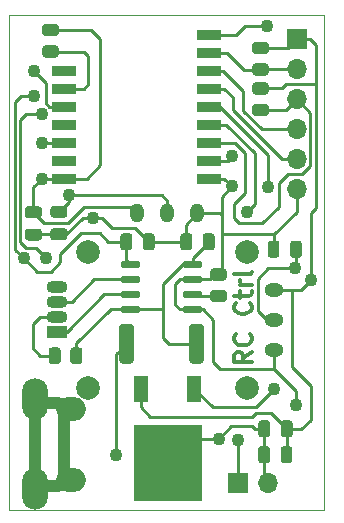
<source format=gbr>
%TF.GenerationSoftware,KiCad,Pcbnew,(5.1.7)-1*%
%TF.CreationDate,2021-09-18T16:18:18+01:00*%
%TF.ProjectId,RcCtlHw,52634374-6c48-4772-9e6b-696361645f70,rev?*%
%TF.SameCoordinates,Original*%
%TF.FileFunction,Copper,L1,Top*%
%TF.FilePolarity,Positive*%
%FSLAX46Y46*%
G04 Gerber Fmt 4.6, Leading zero omitted, Abs format (unit mm)*
G04 Created by KiCad (PCBNEW (5.1.7)-1) date 2021-09-18 16:18:18*
%MOMM*%
%LPD*%
G01*
G04 APERTURE LIST*
%TA.AperFunction,NonConductor*%
%ADD10C,0.300000*%
%TD*%
%TA.AperFunction,Profile*%
%ADD11C,0.050000*%
%TD*%
%TA.AperFunction,SMDPad,CuDef*%
%ADD12R,2.000000X0.900000*%
%TD*%
%TA.AperFunction,ComponentPad*%
%ADD13O,1.700000X1.700000*%
%TD*%
%TA.AperFunction,ComponentPad*%
%ADD14R,1.700000X1.700000*%
%TD*%
%TA.AperFunction,ComponentPad*%
%ADD15O,1.600000X1.200000*%
%TD*%
%TA.AperFunction,ComponentPad*%
%ADD16O,1.200000X1.600000*%
%TD*%
%TA.AperFunction,ComponentPad*%
%ADD17C,2.000000*%
%TD*%
%TA.AperFunction,ComponentPad*%
%ADD18O,1.800000X1.070000*%
%TD*%
%TA.AperFunction,ComponentPad*%
%ADD19R,1.800000X1.070000*%
%TD*%
%TA.AperFunction,ComponentPad*%
%ADD20O,2.200000X3.500000*%
%TD*%
%TA.AperFunction,ComponentPad*%
%ADD21O,2.500000X2.000000*%
%TD*%
%TA.AperFunction,SMDPad,CuDef*%
%ADD22R,1.200000X2.200000*%
%TD*%
%TA.AperFunction,SMDPad,CuDef*%
%ADD23R,5.800000X6.400000*%
%TD*%
%TA.AperFunction,ViaPad*%
%ADD24C,1.100000*%
%TD*%
%TA.AperFunction,Conductor*%
%ADD25C,0.250000*%
%TD*%
%TA.AperFunction,Conductor*%
%ADD26C,1.000000*%
%TD*%
G04 APERTURE END LIST*
D10*
X134892171Y-112976457D02*
X134177885Y-113476457D01*
X134892171Y-113833600D02*
X133392171Y-113833600D01*
X133392171Y-113262171D01*
X133463600Y-113119314D01*
X133535028Y-113047885D01*
X133677885Y-112976457D01*
X133892171Y-112976457D01*
X134035028Y-113047885D01*
X134106457Y-113119314D01*
X134177885Y-113262171D01*
X134177885Y-113833600D01*
X134749314Y-111476457D02*
X134820742Y-111547885D01*
X134892171Y-111762171D01*
X134892171Y-111905028D01*
X134820742Y-112119314D01*
X134677885Y-112262171D01*
X134535028Y-112333600D01*
X134249314Y-112405028D01*
X134035028Y-112405028D01*
X133749314Y-112333600D01*
X133606457Y-112262171D01*
X133463600Y-112119314D01*
X133392171Y-111905028D01*
X133392171Y-111762171D01*
X133463600Y-111547885D01*
X133535028Y-111476457D01*
X134749314Y-108833600D02*
X134820742Y-108905028D01*
X134892171Y-109119314D01*
X134892171Y-109262171D01*
X134820742Y-109476457D01*
X134677885Y-109619314D01*
X134535028Y-109690742D01*
X134249314Y-109762171D01*
X134035028Y-109762171D01*
X133749314Y-109690742D01*
X133606457Y-109619314D01*
X133463600Y-109476457D01*
X133392171Y-109262171D01*
X133392171Y-109119314D01*
X133463600Y-108905028D01*
X133535028Y-108833600D01*
X133892171Y-108405028D02*
X133892171Y-107833600D01*
X133392171Y-108190742D02*
X134677885Y-108190742D01*
X134820742Y-108119314D01*
X134892171Y-107976457D01*
X134892171Y-107833600D01*
X134892171Y-107333600D02*
X133892171Y-107333600D01*
X134177885Y-107333600D02*
X134035028Y-107262171D01*
X133963600Y-107190742D01*
X133892171Y-107047885D01*
X133892171Y-106905028D01*
X134892171Y-106190742D02*
X134820742Y-106333600D01*
X134677885Y-106405028D01*
X133392171Y-106405028D01*
D11*
X114300000Y-84455000D02*
X140970000Y-84455000D01*
X140970000Y-84455000D02*
X140970000Y-84836000D01*
X114300000Y-84709000D02*
X114300000Y-84455000D01*
X140970000Y-126365000D02*
X140970000Y-119380000D01*
X114300000Y-126365000D02*
X140970000Y-126365000D01*
X114300000Y-119380000D02*
X114300000Y-126365000D01*
X114300000Y-119380000D02*
X114300000Y-84709000D01*
X140970000Y-84836000D02*
X140970000Y-119380000D01*
D12*
%TO.P,U2,16*%
%TO.N,/TFT_RST*%
X131305000Y-86092001D03*
%TO.P,U2,15*%
%TO.N,/RST*%
X131305000Y-87616001D03*
%TO.P,U2,14*%
%TO.N,/TX*%
X131305000Y-89140001D03*
%TO.P,U2,13*%
%TO.N,/RX*%
X131305000Y-90664001D03*
%TO.P,U2,12*%
%TO.N,/I2C_SDA*%
X131305000Y-92188001D03*
%TO.P,U2,11*%
%TO.N,/I2C_SCL*%
X131305000Y-93712001D03*
%TO.P,U2,10*%
%TO.N,/Flash*%
X131305000Y-95236001D03*
%TO.P,U2,9*%
%TO.N,/TFT_RS*%
X131305000Y-96760001D03*
%TO.P,U2,8*%
%TO.N,GND*%
X131305000Y-98284001D03*
%TO.P,U2,1*%
%TO.N,N/C*%
X118986000Y-89140001D03*
%TO.P,U2,2*%
%TO.N,Net-(R6-Pad2)*%
X118986000Y-90664001D03*
%TO.P,U2,3*%
%TO.N,/TFT_SCL*%
X118986000Y-92188001D03*
%TO.P,U2,4*%
%TO.N,N/C*%
X118986000Y-93712001D03*
%TO.P,U2,5*%
%TO.N,/TFT_SDA*%
X118986000Y-95236001D03*
%TO.P,U2,6*%
%TO.N,N/C*%
X118986000Y-96760001D03*
%TO.P,U2,7*%
%TO.N,+3V3*%
X118986000Y-98284001D03*
%TD*%
D13*
%TO.P,J2,6*%
%TO.N,GND*%
X138684000Y-99187000D03*
%TO.P,J2,5*%
%TO.N,/RX*%
X138684000Y-96647000D03*
%TO.P,J2,4*%
%TO.N,/TX*%
X138684000Y-94107000D03*
%TO.P,J2,3*%
%TO.N,/Flash*%
X138684000Y-91567000D03*
%TO.P,J2,2*%
%TO.N,/RST*%
X138684000Y-89027000D03*
D14*
%TO.P,J2,1*%
%TO.N,+3V3*%
X138684000Y-86487000D03*
%TD*%
D15*
%TO.P,U4,6*%
%TO.N,GND*%
X136761000Y-112776000D03*
%TO.P,U4,5*%
%TO.N,Net-(C8-Pad1)*%
X136761000Y-110236000D03*
%TO.P,U4,4*%
%TO.N,+3V3*%
X136761000Y-107696000D03*
D16*
%TO.P,U4,3*%
%TO.N,GND*%
X130301000Y-101236000D03*
%TO.P,U4,2*%
%TO.N,Net-(C7-Pad1)*%
X127761000Y-101236000D03*
%TO.P,U4,1*%
%TO.N,+3V3*%
X125221000Y-101236000D03*
D17*
%TO.P,U4,*%
%TO.N,*%
X134511000Y-115986000D03*
X134511000Y-104486000D03*
X121011000Y-104486000D03*
X121011000Y-115986000D03*
%TD*%
D18*
%TO.P,D1,4*%
%TO.N,N/C*%
X118364000Y-107442000D03*
%TO.P,D1,3*%
%TO.N,Net-(D1-Pad3)*%
X118364000Y-108712000D03*
%TO.P,D1,2*%
%TO.N,Net-(D1-Pad2)*%
X118364000Y-109982000D03*
D19*
%TO.P,D1,1*%
%TO.N,Net-(D1-Pad1)*%
X118364000Y-111252000D03*
%TD*%
%TO.P,R3,2*%
%TO.N,Net-(C1-Pad1)*%
%TA.AperFunction,SMDPad,CuDef*%
G36*
G01*
X119526000Y-113734002D02*
X119526000Y-112833998D01*
G75*
G02*
X119775998Y-112584000I249998J0D01*
G01*
X120301002Y-112584000D01*
G75*
G02*
X120551000Y-112833998I0J-249998D01*
G01*
X120551000Y-113734002D01*
G75*
G02*
X120301002Y-113984000I-249998J0D01*
G01*
X119775998Y-113984000D01*
G75*
G02*
X119526000Y-113734002I0J249998D01*
G01*
G37*
%TD.AperFunction*%
%TO.P,R3,1*%
%TO.N,Net-(D1-Pad2)*%
%TA.AperFunction,SMDPad,CuDef*%
G36*
G01*
X117701000Y-113734002D02*
X117701000Y-112833998D01*
G75*
G02*
X117950998Y-112584000I249998J0D01*
G01*
X118476002Y-112584000D01*
G75*
G02*
X118726000Y-112833998I0J-249998D01*
G01*
X118726000Y-113734002D01*
G75*
G02*
X118476002Y-113984000I-249998J0D01*
G01*
X117950998Y-113984000D01*
G75*
G02*
X117701000Y-113734002I0J249998D01*
G01*
G37*
%TD.AperFunction*%
%TD*%
D20*
%TO.P,J1,6*%
%TO.N,Net-(J1-Pad6)*%
X116518000Y-116977000D03*
D21*
X119618000Y-117777000D03*
D20*
X116518000Y-124577000D03*
D21*
X119618000Y-123777000D03*
%TD*%
%TO.P,C1,1*%
%TO.N,Net-(C1-Pad1)*%
%TA.AperFunction,SMDPad,CuDef*%
G36*
G01*
X131752000Y-103157000D02*
X131752000Y-104107000D01*
G75*
G02*
X131502000Y-104357000I-250000J0D01*
G01*
X131002000Y-104357000D01*
G75*
G02*
X130752000Y-104107000I0J250000D01*
G01*
X130752000Y-103157000D01*
G75*
G02*
X131002000Y-102907000I250000J0D01*
G01*
X131502000Y-102907000D01*
G75*
G02*
X131752000Y-103157000I0J-250000D01*
G01*
G37*
%TD.AperFunction*%
%TO.P,C1,2*%
%TO.N,GND*%
%TA.AperFunction,SMDPad,CuDef*%
G36*
G01*
X129852000Y-103157000D02*
X129852000Y-104107000D01*
G75*
G02*
X129602000Y-104357000I-250000J0D01*
G01*
X129102000Y-104357000D01*
G75*
G02*
X128852000Y-104107000I0J250000D01*
G01*
X128852000Y-103157000D01*
G75*
G02*
X129102000Y-102907000I250000J0D01*
G01*
X129602000Y-102907000D01*
G75*
G02*
X129852000Y-103157000I0J-250000D01*
G01*
G37*
%TD.AperFunction*%
%TD*%
%TO.P,C2,1*%
%TO.N,+BATT*%
%TA.AperFunction,SMDPad,CuDef*%
G36*
G01*
X123772000Y-104107000D02*
X123772000Y-103157000D01*
G75*
G02*
X124022000Y-102907000I250000J0D01*
G01*
X124522000Y-102907000D01*
G75*
G02*
X124772000Y-103157000I0J-250000D01*
G01*
X124772000Y-104107000D01*
G75*
G02*
X124522000Y-104357000I-250000J0D01*
G01*
X124022000Y-104357000D01*
G75*
G02*
X123772000Y-104107000I0J250000D01*
G01*
G37*
%TD.AperFunction*%
%TO.P,C2,2*%
%TO.N,GND*%
%TA.AperFunction,SMDPad,CuDef*%
G36*
G01*
X125672000Y-104107000D02*
X125672000Y-103157000D01*
G75*
G02*
X125922000Y-102907000I250000J0D01*
G01*
X126422000Y-102907000D01*
G75*
G02*
X126672000Y-103157000I0J-250000D01*
G01*
X126672000Y-104107000D01*
G75*
G02*
X126422000Y-104357000I-250000J0D01*
G01*
X125922000Y-104357000D01*
G75*
G02*
X125672000Y-104107000I0J250000D01*
G01*
G37*
%TD.AperFunction*%
%TD*%
%TO.P,R2,1*%
%TO.N,Net-(C1-Pad1)*%
%TA.AperFunction,SMDPad,CuDef*%
G36*
G01*
X130829000Y-110842999D02*
X130829000Y-113693001D01*
G75*
G02*
X130579001Y-113943000I-249999J0D01*
G01*
X129853999Y-113943000D01*
G75*
G02*
X129604000Y-113693001I0J249999D01*
G01*
X129604000Y-110842999D01*
G75*
G02*
X129853999Y-110593000I249999J0D01*
G01*
X130579001Y-110593000D01*
G75*
G02*
X130829000Y-110842999I0J-249999D01*
G01*
G37*
%TD.AperFunction*%
%TO.P,R2,2*%
%TO.N,Net-(J1-Pad1)*%
%TA.AperFunction,SMDPad,CuDef*%
G36*
G01*
X124904000Y-110842999D02*
X124904000Y-113693001D01*
G75*
G02*
X124654001Y-113943000I-249999J0D01*
G01*
X123928999Y-113943000D01*
G75*
G02*
X123679000Y-113693001I0J249999D01*
G01*
X123679000Y-110842999D01*
G75*
G02*
X123928999Y-110593000I249999J0D01*
G01*
X124654001Y-110593000D01*
G75*
G02*
X124904000Y-110842999I0J-249999D01*
G01*
G37*
%TD.AperFunction*%
%TD*%
%TO.P,R6,2*%
%TO.N,Net-(R6-Pad2)*%
%TA.AperFunction,SMDPad,CuDef*%
G36*
G01*
X117405998Y-87014000D02*
X118306002Y-87014000D01*
G75*
G02*
X118556000Y-87263998I0J-249998D01*
G01*
X118556000Y-87789002D01*
G75*
G02*
X118306002Y-88039000I-249998J0D01*
G01*
X117405998Y-88039000D01*
G75*
G02*
X117156000Y-87789002I0J249998D01*
G01*
X117156000Y-87263998D01*
G75*
G02*
X117405998Y-87014000I249998J0D01*
G01*
G37*
%TD.AperFunction*%
%TO.P,R6,1*%
%TO.N,+3V3*%
%TA.AperFunction,SMDPad,CuDef*%
G36*
G01*
X117405998Y-85189000D02*
X118306002Y-85189000D01*
G75*
G02*
X118556000Y-85438998I0J-249998D01*
G01*
X118556000Y-85964002D01*
G75*
G02*
X118306002Y-86214000I-249998J0D01*
G01*
X117405998Y-86214000D01*
G75*
G02*
X117156000Y-85964002I0J249998D01*
G01*
X117156000Y-85438998D01*
G75*
G02*
X117405998Y-85189000I249998J0D01*
G01*
G37*
%TD.AperFunction*%
%TD*%
%TO.P,C4,1*%
%TO.N,+3V3*%
%TA.AperFunction,SMDPad,CuDef*%
G36*
G01*
X138340800Y-121191000D02*
X138340800Y-122141000D01*
G75*
G02*
X138090800Y-122391000I-250000J0D01*
G01*
X137590800Y-122391000D01*
G75*
G02*
X137340800Y-122141000I0J250000D01*
G01*
X137340800Y-121191000D01*
G75*
G02*
X137590800Y-120941000I250000J0D01*
G01*
X138090800Y-120941000D01*
G75*
G02*
X138340800Y-121191000I0J-250000D01*
G01*
G37*
%TD.AperFunction*%
%TO.P,C4,2*%
%TO.N,GND*%
%TA.AperFunction,SMDPad,CuDef*%
G36*
G01*
X136440800Y-121191000D02*
X136440800Y-122141000D01*
G75*
G02*
X136190800Y-122391000I-250000J0D01*
G01*
X135690800Y-122391000D01*
G75*
G02*
X135440800Y-122141000I0J250000D01*
G01*
X135440800Y-121191000D01*
G75*
G02*
X135690800Y-120941000I250000J0D01*
G01*
X136190800Y-120941000D01*
G75*
G02*
X136440800Y-121191000I0J-250000D01*
G01*
G37*
%TD.AperFunction*%
%TD*%
%TO.P,R1,1*%
%TO.N,GND*%
%TA.AperFunction,SMDPad,CuDef*%
G36*
G01*
X131629998Y-105890000D02*
X132530002Y-105890000D01*
G75*
G02*
X132780000Y-106139998I0J-249998D01*
G01*
X132780000Y-106665002D01*
G75*
G02*
X132530002Y-106915000I-249998J0D01*
G01*
X131629998Y-106915000D01*
G75*
G02*
X131380000Y-106665002I0J249998D01*
G01*
X131380000Y-106139998D01*
G75*
G02*
X131629998Y-105890000I249998J0D01*
G01*
G37*
%TD.AperFunction*%
%TO.P,R1,2*%
%TO.N,Net-(R1-Pad2)*%
%TA.AperFunction,SMDPad,CuDef*%
G36*
G01*
X131629998Y-107715000D02*
X132530002Y-107715000D01*
G75*
G02*
X132780000Y-107964998I0J-249998D01*
G01*
X132780000Y-108490002D01*
G75*
G02*
X132530002Y-108740000I-249998J0D01*
G01*
X131629998Y-108740000D01*
G75*
G02*
X131380000Y-108490002I0J249998D01*
G01*
X131380000Y-107964998D01*
G75*
G02*
X131629998Y-107715000I249998J0D01*
G01*
G37*
%TD.AperFunction*%
%TD*%
%TO.P,U1,1*%
%TO.N,GND*%
%TA.AperFunction,SMDPad,CuDef*%
G36*
G01*
X130704000Y-109197000D02*
X130704000Y-109497000D01*
G75*
G02*
X130554000Y-109647000I-150000J0D01*
G01*
X129204000Y-109647000D01*
G75*
G02*
X129054000Y-109497000I0J150000D01*
G01*
X129054000Y-109197000D01*
G75*
G02*
X129204000Y-109047000I150000J0D01*
G01*
X130554000Y-109047000D01*
G75*
G02*
X130704000Y-109197000I0J-150000D01*
G01*
G37*
%TD.AperFunction*%
%TO.P,U1,2*%
%TO.N,Net-(R1-Pad2)*%
%TA.AperFunction,SMDPad,CuDef*%
G36*
G01*
X130704000Y-107927000D02*
X130704000Y-108227000D01*
G75*
G02*
X130554000Y-108377000I-150000J0D01*
G01*
X129204000Y-108377000D01*
G75*
G02*
X129054000Y-108227000I0J150000D01*
G01*
X129054000Y-107927000D01*
G75*
G02*
X129204000Y-107777000I150000J0D01*
G01*
X130554000Y-107777000D01*
G75*
G02*
X130704000Y-107927000I0J-150000D01*
G01*
G37*
%TD.AperFunction*%
%TO.P,U1,3*%
%TO.N,GND*%
%TA.AperFunction,SMDPad,CuDef*%
G36*
G01*
X130704000Y-106657000D02*
X130704000Y-106957000D01*
G75*
G02*
X130554000Y-107107000I-150000J0D01*
G01*
X129204000Y-107107000D01*
G75*
G02*
X129054000Y-106957000I0J150000D01*
G01*
X129054000Y-106657000D01*
G75*
G02*
X129204000Y-106507000I150000J0D01*
G01*
X130554000Y-106507000D01*
G75*
G02*
X130704000Y-106657000I0J-150000D01*
G01*
G37*
%TD.AperFunction*%
%TO.P,U1,4*%
%TO.N,Net-(C1-Pad1)*%
%TA.AperFunction,SMDPad,CuDef*%
G36*
G01*
X130704000Y-105387000D02*
X130704000Y-105687000D01*
G75*
G02*
X130554000Y-105837000I-150000J0D01*
G01*
X129204000Y-105837000D01*
G75*
G02*
X129054000Y-105687000I0J150000D01*
G01*
X129054000Y-105387000D01*
G75*
G02*
X129204000Y-105237000I150000J0D01*
G01*
X130554000Y-105237000D01*
G75*
G02*
X130704000Y-105387000I0J-150000D01*
G01*
G37*
%TD.AperFunction*%
%TO.P,U1,5*%
%TO.N,+BATT*%
%TA.AperFunction,SMDPad,CuDef*%
G36*
G01*
X125454000Y-105387000D02*
X125454000Y-105687000D01*
G75*
G02*
X125304000Y-105837000I-150000J0D01*
G01*
X123954000Y-105837000D01*
G75*
G02*
X123804000Y-105687000I0J150000D01*
G01*
X123804000Y-105387000D01*
G75*
G02*
X123954000Y-105237000I150000J0D01*
G01*
X125304000Y-105237000D01*
G75*
G02*
X125454000Y-105387000I0J-150000D01*
G01*
G37*
%TD.AperFunction*%
%TO.P,U1,6*%
%TO.N,Net-(D1-Pad3)*%
%TA.AperFunction,SMDPad,CuDef*%
G36*
G01*
X125454000Y-106657000D02*
X125454000Y-106957000D01*
G75*
G02*
X125304000Y-107107000I-150000J0D01*
G01*
X123954000Y-107107000D01*
G75*
G02*
X123804000Y-106957000I0J150000D01*
G01*
X123804000Y-106657000D01*
G75*
G02*
X123954000Y-106507000I150000J0D01*
G01*
X125304000Y-106507000D01*
G75*
G02*
X125454000Y-106657000I0J-150000D01*
G01*
G37*
%TD.AperFunction*%
%TO.P,U1,7*%
%TO.N,Net-(D1-Pad1)*%
%TA.AperFunction,SMDPad,CuDef*%
G36*
G01*
X125454000Y-107927000D02*
X125454000Y-108227000D01*
G75*
G02*
X125304000Y-108377000I-150000J0D01*
G01*
X123954000Y-108377000D01*
G75*
G02*
X123804000Y-108227000I0J150000D01*
G01*
X123804000Y-107927000D01*
G75*
G02*
X123954000Y-107777000I150000J0D01*
G01*
X125304000Y-107777000D01*
G75*
G02*
X125454000Y-107927000I0J-150000D01*
G01*
G37*
%TD.AperFunction*%
%TO.P,U1,8*%
%TO.N,Net-(C1-Pad1)*%
%TA.AperFunction,SMDPad,CuDef*%
G36*
G01*
X125454000Y-109197000D02*
X125454000Y-109497000D01*
G75*
G02*
X125304000Y-109647000I-150000J0D01*
G01*
X123954000Y-109647000D01*
G75*
G02*
X123804000Y-109497000I0J150000D01*
G01*
X123804000Y-109197000D01*
G75*
G02*
X123954000Y-109047000I150000J0D01*
G01*
X125304000Y-109047000D01*
G75*
G02*
X125454000Y-109197000I0J-150000D01*
G01*
G37*
%TD.AperFunction*%
%TD*%
D14*
%TO.P,BT1,1*%
%TO.N,+BATT*%
X133731000Y-124079000D03*
D13*
%TO.P,BT1,2*%
%TO.N,GND*%
X136271000Y-124079000D03*
%TD*%
%TO.P,R8,1*%
%TO.N,+3V3*%
%TA.AperFunction,SMDPad,CuDef*%
G36*
G01*
X135185998Y-86713000D02*
X136086002Y-86713000D01*
G75*
G02*
X136336000Y-86962998I0J-249998D01*
G01*
X136336000Y-87488002D01*
G75*
G02*
X136086002Y-87738000I-249998J0D01*
G01*
X135185998Y-87738000D01*
G75*
G02*
X134936000Y-87488002I0J249998D01*
G01*
X134936000Y-86962998D01*
G75*
G02*
X135185998Y-86713000I249998J0D01*
G01*
G37*
%TD.AperFunction*%
%TO.P,R8,2*%
%TO.N,/RST*%
%TA.AperFunction,SMDPad,CuDef*%
G36*
G01*
X135185998Y-88538000D02*
X136086002Y-88538000D01*
G75*
G02*
X136336000Y-88787998I0J-249998D01*
G01*
X136336000Y-89313002D01*
G75*
G02*
X136086002Y-89563000I-249998J0D01*
G01*
X135185998Y-89563000D01*
G75*
G02*
X134936000Y-89313002I0J249998D01*
G01*
X134936000Y-88787998D01*
G75*
G02*
X135185998Y-88538000I249998J0D01*
G01*
G37*
%TD.AperFunction*%
%TD*%
%TO.P,C3,2*%
%TO.N,GND*%
%TA.AperFunction,SMDPad,CuDef*%
G36*
G01*
X136456000Y-119006600D02*
X136456000Y-119956600D01*
G75*
G02*
X136206000Y-120206600I-250000J0D01*
G01*
X135706000Y-120206600D01*
G75*
G02*
X135456000Y-119956600I0J250000D01*
G01*
X135456000Y-119006600D01*
G75*
G02*
X135706000Y-118756600I250000J0D01*
G01*
X136206000Y-118756600D01*
G75*
G02*
X136456000Y-119006600I0J-250000D01*
G01*
G37*
%TD.AperFunction*%
%TO.P,C3,1*%
%TO.N,+3V3*%
%TA.AperFunction,SMDPad,CuDef*%
G36*
G01*
X138356000Y-119006600D02*
X138356000Y-119956600D01*
G75*
G02*
X138106000Y-120206600I-250000J0D01*
G01*
X137606000Y-120206600D01*
G75*
G02*
X137356000Y-119956600I0J250000D01*
G01*
X137356000Y-119006600D01*
G75*
G02*
X137606000Y-118756600I250000J0D01*
G01*
X138106000Y-118756600D01*
G75*
G02*
X138356000Y-119006600I0J-250000D01*
G01*
G37*
%TD.AperFunction*%
%TD*%
%TO.P,C5,1*%
%TO.N,+3V3*%
%TA.AperFunction,SMDPad,CuDef*%
G36*
G01*
X115933200Y-100632600D02*
X116883200Y-100632600D01*
G75*
G02*
X117133200Y-100882600I0J-250000D01*
G01*
X117133200Y-101382600D01*
G75*
G02*
X116883200Y-101632600I-250000J0D01*
G01*
X115933200Y-101632600D01*
G75*
G02*
X115683200Y-101382600I0J250000D01*
G01*
X115683200Y-100882600D01*
G75*
G02*
X115933200Y-100632600I250000J0D01*
G01*
G37*
%TD.AperFunction*%
%TO.P,C5,2*%
%TO.N,GND*%
%TA.AperFunction,SMDPad,CuDef*%
G36*
G01*
X115933200Y-102532600D02*
X116883200Y-102532600D01*
G75*
G02*
X117133200Y-102782600I0J-250000D01*
G01*
X117133200Y-103282600D01*
G75*
G02*
X116883200Y-103532600I-250000J0D01*
G01*
X115933200Y-103532600D01*
G75*
G02*
X115683200Y-103282600I0J250000D01*
G01*
X115683200Y-102782600D01*
G75*
G02*
X115933200Y-102532600I250000J0D01*
G01*
G37*
%TD.AperFunction*%
%TD*%
%TO.P,R7,2*%
%TO.N,/Flash*%
%TA.AperFunction,SMDPad,CuDef*%
G36*
G01*
X135185998Y-91967000D02*
X136086002Y-91967000D01*
G75*
G02*
X136336000Y-92216998I0J-249998D01*
G01*
X136336000Y-92742002D01*
G75*
G02*
X136086002Y-92992000I-249998J0D01*
G01*
X135185998Y-92992000D01*
G75*
G02*
X134936000Y-92742002I0J249998D01*
G01*
X134936000Y-92216998D01*
G75*
G02*
X135185998Y-91967000I249998J0D01*
G01*
G37*
%TD.AperFunction*%
%TO.P,R7,1*%
%TO.N,+3V3*%
%TA.AperFunction,SMDPad,CuDef*%
G36*
G01*
X135185998Y-90142000D02*
X136086002Y-90142000D01*
G75*
G02*
X136336000Y-90391998I0J-249998D01*
G01*
X136336000Y-90917002D01*
G75*
G02*
X136086002Y-91167000I-249998J0D01*
G01*
X135185998Y-91167000D01*
G75*
G02*
X134936000Y-90917002I0J249998D01*
G01*
X134936000Y-90391998D01*
G75*
G02*
X135185998Y-90142000I249998J0D01*
G01*
G37*
%TD.AperFunction*%
%TD*%
D22*
%TO.P,V1,1*%
%TO.N,Net-(SW1-Pad2)*%
X130042000Y-116069000D03*
%TO.P,V1,3*%
%TO.N,+3V3*%
X125482000Y-116069000D03*
D23*
%TO.P,V1,2*%
%TO.N,GND*%
X127762000Y-122369000D03*
%TD*%
%TO.P,C7,1*%
%TO.N,Net-(C7-Pad1)*%
%TA.AperFunction,SMDPad,CuDef*%
G36*
G01*
X118092200Y-100607200D02*
X119042200Y-100607200D01*
G75*
G02*
X119292200Y-100857200I0J-250000D01*
G01*
X119292200Y-101357200D01*
G75*
G02*
X119042200Y-101607200I-250000J0D01*
G01*
X118092200Y-101607200D01*
G75*
G02*
X117842200Y-101357200I0J250000D01*
G01*
X117842200Y-100857200D01*
G75*
G02*
X118092200Y-100607200I250000J0D01*
G01*
G37*
%TD.AperFunction*%
%TO.P,C7,2*%
%TO.N,GND*%
%TA.AperFunction,SMDPad,CuDef*%
G36*
G01*
X118092200Y-102507200D02*
X119042200Y-102507200D01*
G75*
G02*
X119292200Y-102757200I0J-250000D01*
G01*
X119292200Y-103257200D01*
G75*
G02*
X119042200Y-103507200I-250000J0D01*
G01*
X118092200Y-103507200D01*
G75*
G02*
X117842200Y-103257200I0J250000D01*
G01*
X117842200Y-102757200D01*
G75*
G02*
X118092200Y-102507200I250000J0D01*
G01*
G37*
%TD.AperFunction*%
%TD*%
%TO.P,C8,2*%
%TO.N,GND*%
%TA.AperFunction,SMDPad,CuDef*%
G36*
G01*
X137243400Y-103792000D02*
X137243400Y-104742000D01*
G75*
G02*
X136993400Y-104992000I-250000J0D01*
G01*
X136493400Y-104992000D01*
G75*
G02*
X136243400Y-104742000I0J250000D01*
G01*
X136243400Y-103792000D01*
G75*
G02*
X136493400Y-103542000I250000J0D01*
G01*
X136993400Y-103542000D01*
G75*
G02*
X137243400Y-103792000I0J-250000D01*
G01*
G37*
%TD.AperFunction*%
%TO.P,C8,1*%
%TO.N,Net-(C8-Pad1)*%
%TA.AperFunction,SMDPad,CuDef*%
G36*
G01*
X139143400Y-103792000D02*
X139143400Y-104742000D01*
G75*
G02*
X138893400Y-104992000I-250000J0D01*
G01*
X138393400Y-104992000D01*
G75*
G02*
X138143400Y-104742000I0J250000D01*
G01*
X138143400Y-103792000D01*
G75*
G02*
X138393400Y-103542000I250000J0D01*
G01*
X138893400Y-103542000D01*
G75*
G02*
X139143400Y-103792000I0J-250000D01*
G01*
G37*
%TD.AperFunction*%
%TD*%
D24*
%TO.N,GND*%
X133223000Y-98933000D03*
X121412000Y-101600000D03*
X132080000Y-120294400D03*
X138633200Y-117449600D03*
%TO.N,+3V3*%
X117094000Y-98297998D03*
X139877800Y-106908600D03*
%TO.N,Net-(J1-Pad1)*%
X123393198Y-121666000D03*
%TO.N,/TFT_RST*%
X136144000Y-85344000D03*
%TO.N,/TFT_RS*%
X133223002Y-96393000D03*
%TO.N,+BATT*%
X115570000Y-105029000D03*
X116459000Y-91313000D03*
X133705600Y-120396000D03*
%TO.N,/I2C_SCL*%
X134493637Y-101103411D03*
%TO.N,/I2C_SDA*%
X136271000Y-98996500D03*
%TO.N,/TFT_SDA*%
X117094000Y-95250000D03*
%TO.N,/TFT_SCL*%
X116459000Y-89153988D03*
%TO.N,Net-(C7-Pad1)*%
X119380000Y-99695000D03*
%TO.N,Net-(C8-Pad1)*%
X117475000Y-105029000D03*
X117094004Y-92837000D03*
X138531600Y-105892600D03*
%TO.N,Net-(SW1-Pad2)*%
X136804400Y-116128800D03*
%TD*%
D25*
%TO.N,GND*%
X132080000Y-106402500D02*
X131722500Y-106402500D01*
X131318000Y-106807000D02*
X129879000Y-106807000D01*
X131722500Y-106402500D02*
X131318000Y-106807000D01*
X129879000Y-106807000D02*
X128778000Y-106807000D01*
X128778000Y-106807000D02*
X128397000Y-107188000D01*
X128397000Y-107188000D02*
X128397000Y-108966000D01*
X128778000Y-109347000D02*
X129879000Y-109347000D01*
X128397000Y-108966000D02*
X128778000Y-109347000D01*
X126172000Y-103632000D02*
X129352000Y-103632000D01*
X130301000Y-101236000D02*
X129286000Y-102251000D01*
X129286000Y-103566000D02*
X129352000Y-103632000D01*
X129286000Y-102251000D02*
X129286000Y-103566000D01*
X132334000Y-106148500D02*
X132080000Y-106402500D01*
X136144000Y-123952000D02*
X136271000Y-124079000D01*
X132574001Y-98284001D02*
X133223000Y-98933000D01*
X131305000Y-98284001D02*
X132574001Y-98284001D01*
X132334000Y-102997000D02*
X132334000Y-106148500D01*
X133223000Y-98933000D02*
X132334000Y-99822000D01*
X132334000Y-102743000D02*
X132334000Y-102997000D01*
X132224000Y-101236000D02*
X132334000Y-101346000D01*
X130301000Y-101236000D02*
X132224000Y-101236000D01*
X132334000Y-101346000D02*
X132334000Y-102743000D01*
X132334000Y-99822000D02*
X132334000Y-101346000D01*
X122189817Y-101600000D02*
X121412000Y-101600000D01*
X123078817Y-102489000D02*
X122189817Y-101600000D01*
X125029000Y-102489000D02*
X123078817Y-102489000D01*
X126172000Y-103632000D02*
X125029000Y-102489000D01*
X121412000Y-101600000D02*
X120599200Y-101600000D01*
X119192000Y-103007200D02*
X118567200Y-103007200D01*
X120599200Y-101600000D02*
X119192000Y-103007200D01*
X116433600Y-103007200D02*
X116408200Y-103032600D01*
X118567200Y-103007200D02*
X116433600Y-103007200D01*
X129836600Y-120294400D02*
X127762000Y-122369000D01*
X132080000Y-120294400D02*
X129836600Y-120294400D01*
X136743400Y-103032600D02*
X136779000Y-102997000D01*
X136743400Y-104267000D02*
X136743400Y-103032600D01*
X132334000Y-102997000D02*
X136779000Y-102997000D01*
X138684000Y-101092000D02*
X136779000Y-102997000D01*
X138684000Y-99187000D02*
X138684000Y-101092000D01*
X135956000Y-121650800D02*
X135940800Y-121666000D01*
X135956000Y-119481600D02*
X135956000Y-121650800D01*
X135940800Y-123748800D02*
X136271000Y-124079000D01*
X135940800Y-121666000D02*
X135940800Y-123748800D01*
X129879000Y-109347000D02*
X130733800Y-109347000D01*
X130733800Y-109347000D02*
X131622800Y-110236000D01*
X135956000Y-119481600D02*
X135128000Y-119481600D01*
X135128000Y-119481600D02*
X134874000Y-119227600D01*
X133146800Y-119227600D02*
X132080000Y-120294400D01*
X134874000Y-119227600D02*
X133146800Y-119227600D01*
X131622800Y-110947200D02*
X131622800Y-113792000D01*
X131622800Y-110236000D02*
X131622800Y-110947200D01*
X131622800Y-113792000D02*
X132232400Y-114401600D01*
X136761000Y-114394200D02*
X136753600Y-114401600D01*
X136761000Y-112776000D02*
X136761000Y-114394200D01*
X132232400Y-114401600D02*
X136753600Y-114401600D01*
X138633200Y-116281200D02*
X136753600Y-114401600D01*
X138633200Y-117449600D02*
X138633200Y-116281200D01*
%TO.N,Net-(C1-Pad1)*%
X124629000Y-109347000D02*
X127381000Y-109347000D01*
X127381000Y-108458000D02*
X127381000Y-109347000D01*
X127381000Y-107210000D02*
X127381000Y-107315000D01*
X129054000Y-105537000D02*
X127381000Y-107210000D01*
X129879000Y-105537000D02*
X129054000Y-105537000D01*
X127381000Y-107315000D02*
X127381000Y-108458000D01*
X129879000Y-105005000D02*
X131252000Y-103632000D01*
X129879000Y-105537000D02*
X129879000Y-105005000D01*
X127381000Y-110744000D02*
X127381000Y-108458000D01*
X127381000Y-111760000D02*
X127381000Y-110744000D01*
X127889000Y-112268000D02*
X127381000Y-111760000D01*
X130216500Y-112268000D02*
X127889000Y-112268000D01*
X122936000Y-109347000D02*
X124629000Y-109347000D01*
X120038500Y-112244500D02*
X122936000Y-109347000D01*
X120038500Y-113284000D02*
X120038500Y-112244500D01*
%TO.N,+3V3*%
X139827000Y-86487000D02*
X138684000Y-86487000D01*
X140081000Y-86741000D02*
X139827000Y-86487000D01*
X138684000Y-86487000D02*
X139700000Y-86487000D01*
X140309010Y-86969010D02*
X140208000Y-86868000D01*
X140208000Y-86868000D02*
X139827000Y-86487000D01*
X140309010Y-90906010D02*
X140309010Y-91084990D01*
X140208000Y-90297000D02*
X140309010Y-90195990D01*
X139319000Y-90297000D02*
X140208000Y-90297000D01*
X140309010Y-90195990D02*
X140309010Y-86969010D01*
X140309010Y-91084990D02*
X140309010Y-90195990D01*
X139319000Y-90297000D02*
X139573000Y-90297000D01*
X137437500Y-90654500D02*
X137795000Y-90297000D01*
X135636000Y-90654500D02*
X137437500Y-90654500D01*
X137795000Y-90297000D02*
X139319000Y-90297000D01*
X137945500Y-87225500D02*
X138684000Y-86487000D01*
X135636000Y-87225500D02*
X137945500Y-87225500D01*
X117107997Y-98284001D02*
X117094000Y-98297998D01*
X118986000Y-98284001D02*
X117107997Y-98284001D01*
X118986000Y-98284001D02*
X120917999Y-98284001D01*
X120917999Y-98284001D02*
X122047000Y-97155000D01*
X122047000Y-97155000D02*
X122047000Y-86487000D01*
X121261500Y-85701500D02*
X117856000Y-85701500D01*
X122047000Y-86487000D02*
X121261500Y-85701500D01*
X116408200Y-98983798D02*
X117094000Y-98297998D01*
X116408200Y-101132600D02*
X116408200Y-98983798D01*
X137566400Y-107696000D02*
X136761000Y-107696000D01*
X139090400Y-107696000D02*
X139877800Y-106908600D01*
X138277600Y-108966000D02*
X138277600Y-107746800D01*
X136761000Y-107696000D02*
X138328400Y-107696000D01*
X138277600Y-107746800D02*
X138328400Y-107696000D01*
X138328400Y-107696000D02*
X139090400Y-107696000D01*
X138277600Y-108966000D02*
X138277600Y-108407200D01*
X139877800Y-101217820D02*
X140309010Y-100786610D01*
X139877800Y-106908600D02*
X139877800Y-101217820D01*
X140309010Y-91084990D02*
X140309010Y-100786610D01*
X124682002Y-100697002D02*
X125221000Y-101236000D01*
X120714798Y-100697002D02*
X124682002Y-100697002D01*
X119354600Y-102057200D02*
X120714798Y-100697002D01*
X117332800Y-102057200D02*
X119354600Y-102057200D01*
X116408200Y-101132600D02*
X117332800Y-102057200D01*
X136484400Y-118110000D02*
X137856000Y-119481600D01*
X137856000Y-121650800D02*
X137840800Y-121666000D01*
X137856000Y-119481600D02*
X137856000Y-121650800D01*
X138277600Y-114249200D02*
X138277600Y-108966000D01*
X139877800Y-115849400D02*
X138277600Y-114249200D01*
X139877800Y-118694200D02*
X139877800Y-115849400D01*
X139090400Y-119481600D02*
X139877800Y-118694200D01*
X137856000Y-119481600D02*
X139090400Y-119481600D01*
X125482000Y-116069000D02*
X125482000Y-117658800D01*
X125482000Y-117658800D02*
X126288800Y-118465600D01*
X126288800Y-118465600D02*
X134874000Y-118465600D01*
X134874000Y-118465600D02*
X135229600Y-118110000D01*
X135229600Y-118110000D02*
X136484400Y-118110000D01*
%TO.N,/RST*%
X135659500Y-89027000D02*
X135636000Y-89050500D01*
X138684000Y-89027000D02*
X135659500Y-89027000D01*
X132828001Y-87616001D02*
X134262500Y-89050500D01*
X131305000Y-87616001D02*
X132828001Y-87616001D01*
X135636000Y-89050500D02*
X134262500Y-89050500D01*
%TO.N,Net-(D1-Pad2)*%
X118364000Y-109982000D02*
X116967000Y-109982000D01*
X116967000Y-109982000D02*
X116332000Y-110617000D01*
X116332000Y-110617000D02*
X116332000Y-112649000D01*
X116967000Y-113284000D02*
X118213500Y-113284000D01*
X116332000Y-112649000D02*
X116967000Y-113284000D01*
%TO.N,Net-(D1-Pad3)*%
X124629000Y-106807000D02*
X121539000Y-106807000D01*
X119634000Y-108712000D02*
X118364000Y-108712000D01*
X121539000Y-106807000D02*
X119634000Y-108712000D01*
%TO.N,Net-(J1-Pad6)*%
X118518000Y-124277000D02*
X119018000Y-123777000D01*
D26*
X116518000Y-124277000D02*
X118518000Y-124277000D01*
X116518000Y-117277000D02*
X116518000Y-124277000D01*
X118518000Y-117277000D02*
X119018000Y-117777000D01*
X116518000Y-117277000D02*
X118518000Y-117277000D01*
X119018000Y-117777000D02*
X119018000Y-123777000D01*
D25*
%TO.N,Net-(J1-Pad1)*%
X123393198Y-113166302D02*
X124291500Y-112268000D01*
X123393198Y-121666000D02*
X123393198Y-113166302D01*
%TO.N,/Flash*%
X137771500Y-92479500D02*
X138684000Y-91567000D01*
X135636000Y-92479500D02*
X137771500Y-92479500D01*
X139859001Y-92742001D02*
X138684000Y-91567000D01*
X131305000Y-95236001D02*
X133463001Y-95236001D01*
X139159352Y-97910650D02*
X139859001Y-97211001D01*
X133463001Y-95236001D02*
X134334250Y-96107250D01*
X133388100Y-100418900D02*
X133388100Y-101638100D01*
X134334250Y-96107250D02*
X134334250Y-99472750D01*
X134334250Y-99472750D02*
X133388100Y-100418900D01*
X133388100Y-101638100D02*
X133832600Y-102082600D01*
X133832600Y-102082600D02*
X135788400Y-102082600D01*
X137185400Y-100685600D02*
X137185400Y-98653600D01*
X135788400Y-102082600D02*
X137185400Y-100685600D01*
X137185400Y-98653600D02*
X137928350Y-97910650D01*
X137928350Y-97910650D02*
X139159352Y-97910650D01*
X139859001Y-97211001D02*
X139859001Y-92742001D01*
%TO.N,/TX*%
X132428981Y-89140001D02*
X131305000Y-89140001D01*
X134166490Y-90877510D02*
X132428981Y-89140001D01*
X134166490Y-92535680D02*
X134166490Y-90877510D01*
X135737810Y-94107000D02*
X134166490Y-92535680D01*
X138684000Y-94107000D02*
X135737810Y-94107000D01*
%TO.N,/RX*%
X132555000Y-90664001D02*
X131305000Y-90664001D01*
X133276999Y-91386001D02*
X132555000Y-90664001D01*
X133276999Y-92442080D02*
X133276999Y-91386001D01*
X137481919Y-96647000D02*
X133276999Y-92442080D01*
X138684000Y-96647000D02*
X137481919Y-96647000D01*
%TO.N,/TFT_RST*%
X134338002Y-85344000D02*
X133590001Y-86092001D01*
X136144000Y-85344000D02*
X134338002Y-85344000D01*
X131305000Y-86092001D02*
X133590001Y-86092001D01*
%TO.N,/TFT_RS*%
X131305000Y-96760001D02*
X132856001Y-96760001D01*
X132856001Y-96760001D02*
X133223002Y-96393000D01*
%TO.N,Net-(R1-Pad2)*%
X130029500Y-108227500D02*
X129879000Y-108077000D01*
X132080000Y-108227500D02*
X130029500Y-108227500D01*
%TO.N,Net-(R6-Pad2)*%
X120663999Y-90664001D02*
X118986000Y-90664001D01*
X121031000Y-90297000D02*
X120663999Y-90664001D01*
X121031000Y-87884000D02*
X121031000Y-90297000D01*
X120673500Y-87526500D02*
X121031000Y-87884000D01*
X117856000Y-87526500D02*
X120673500Y-87526500D01*
%TO.N,+BATT*%
X124272000Y-105180000D02*
X124629000Y-105537000D01*
X124272000Y-103505000D02*
X124272000Y-105180000D01*
X116459000Y-91313000D02*
X115316000Y-91313000D01*
X115316000Y-91313000D02*
X114833400Y-91795600D01*
X114833400Y-104292400D02*
X115570000Y-105029000D01*
X114833400Y-91795600D02*
X114833400Y-104292400D01*
X133731000Y-120421400D02*
X133705600Y-120396000D01*
X133731000Y-124079000D02*
X133731000Y-120421400D01*
X118643400Y-105384600D02*
X118643400Y-104698800D01*
X117856000Y-106172000D02*
X118643400Y-105384600D01*
X118643400Y-104698800D02*
X120459500Y-102882700D01*
X116713000Y-106172000D02*
X117856000Y-106172000D01*
X115570000Y-105029000D02*
X116713000Y-106172000D01*
X122758200Y-103632000D02*
X122008900Y-102882700D01*
X124272000Y-103632000D02*
X122758200Y-103632000D01*
X120459500Y-102882700D02*
X122008900Y-102882700D01*
%TO.N,/I2C_SCL*%
X135128000Y-100469048D02*
X134493637Y-101103411D01*
X135128000Y-96112584D02*
X135128000Y-100469048D01*
X132727416Y-93712001D02*
X135128000Y-96112584D01*
X131305000Y-93712001D02*
X132727416Y-93712001D01*
%TO.N,/I2C_SDA*%
X132193001Y-92188001D02*
X131305000Y-92188001D01*
X136271000Y-96266000D02*
X132193001Y-92188001D01*
X136271000Y-98996500D02*
X136271000Y-96266000D01*
%TO.N,/TFT_SDA*%
X117107999Y-95236001D02*
X117094000Y-95250000D01*
X118986000Y-95236001D02*
X117107999Y-95236001D01*
%TO.N,/TFT_SCL*%
X117475000Y-90169988D02*
X116459000Y-89153988D01*
X118986000Y-92188001D02*
X117736000Y-92188001D01*
X117475000Y-91927001D02*
X117475000Y-90169988D01*
X117736000Y-92188001D02*
X117475000Y-91927001D01*
%TO.N,Net-(D1-Pad1)*%
X119227600Y-111252000D02*
X122402600Y-108077000D01*
X118364000Y-111252000D02*
X119227600Y-111252000D01*
X124629000Y-108077000D02*
X122402600Y-108077000D01*
%TO.N,Net-(C7-Pad1)*%
X127761000Y-101236000D02*
X127761000Y-100186000D01*
X127270000Y-99695000D02*
X119380000Y-99695000D01*
X127761000Y-100186000D02*
X127270000Y-99695000D01*
X119380000Y-100294400D02*
X118567200Y-101107200D01*
X119380000Y-99695000D02*
X119380000Y-100294400D01*
%TO.N,Net-(C8-Pad1)*%
X138684000Y-104226400D02*
X138643400Y-104267000D01*
X138531600Y-105892600D02*
X136702800Y-105892600D01*
X117094004Y-92837000D02*
X115766010Y-92837000D01*
X115766010Y-92837000D02*
X115283410Y-93319600D01*
X115283410Y-93319600D02*
X115283410Y-103650210D01*
X115811300Y-104178100D02*
X116624100Y-104178100D01*
X115283410Y-103650210D02*
X115811300Y-104178100D01*
X117475000Y-105029000D02*
X116624100Y-104178100D01*
X138643400Y-105780800D02*
X138531600Y-105892600D01*
X138643400Y-104267000D02*
X138643400Y-105780800D01*
X136761000Y-110236000D02*
X136144000Y-110236000D01*
X136144000Y-110236000D02*
X135382000Y-109474000D01*
X135382000Y-109474000D02*
X135382000Y-106781600D01*
X135382000Y-106781600D02*
X136271000Y-105892600D01*
X136702800Y-105892600D02*
X136271000Y-105892600D01*
%TO.N,Net-(SW1-Pad2)*%
X131632991Y-117659991D02*
X130042000Y-116069000D01*
X135273209Y-117659991D02*
X131632991Y-117659991D01*
X136804400Y-116128800D02*
X135273209Y-117659991D01*
%TD*%
M02*

</source>
